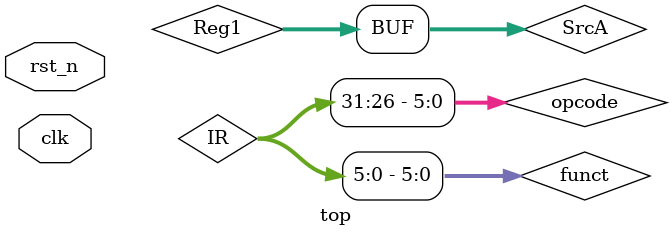
<source format=v>
`timescale 1ns / 1ps
module top(clk, rst_n);
input clk, rst_n;

reg [31:0] PC;
wire [31:0] IR, MDR, ALUResult, Result;
wire MemToReg, MemWrite, Branch, ALUSrc, RegDst, RegWrite, pdaddr;
wire [2:0] ALUControl;

wire [31:0] Reg1, Reg2, SrcA, SrcB;
wire [4:0] WriteReg;


IMEM imem_inst(PC >> 2, 0, clk, 0, IR); // no write
DMEM dmem_inst(ALUResult >> 2, Reg2, clk, MemWrite, MDR);

assign WriteReg = RegDst ? IR[15:11] : IR[20:16];
assign Result = MemToReg ? MDR : ALUResult;

Regfile regifile_inst(
    .clk(clk),
    .rst_n(rst_n),
    .r1Addr(IR[25:21]),
    .r1Dout(Reg1),
    .r2Addr(IR[20:16]),
    .r2Dout(Reg2),
    .wAddr(WriteReg),
    .wDin(Result),
    .wEna(RegWrite)
);

wire [5:0] opcode, funct;
assign opcode = IR[31:26];
assign funct = IR[5:0];
Control control_inst(
    .opcode(opcode),
    .funct(funct),
    .MemToReg(MemToReg),
    .MemWrite(MemWrite),
    .Branch(Branch),
    .ALUSrc(ALUSrc),
    .RegDst(RegDst),
    .RegWrite(RegWrite),
    .ALUControl(ALUControl),
    .pdaddr(pdaddr)
);

assign SrcA = Reg1;
assign SrcB = ALUSrc ? SignedImm : Reg2;

wire [31:0] SignedImm;
SignedExt signed_ext_inst(IR[15:0], SignedImm);

ALU ALU_inst(
    .alu_a(SrcA), .alu_b(SrcB), .alu_op(ALUControl), .alu_out(ALUResult)
);

wire [31:0] nextPC;
PCNext PC_next_inst(
    .PCAdd4(PC + 4),
    .IR(IR),
    .Branch(Branch),
    .ALUResult(ALUResult),
    .pdaddr(pdaddr),
    .SignedImm(SignedImm),
    .nextPC(nextPC)
);

always@(posedge clk or negedge rst_n) begin
  if (~rst_n) begin
    PC <= 0;
  end else begin
    PC <= nextPC;
  end
end

endmodule

</source>
